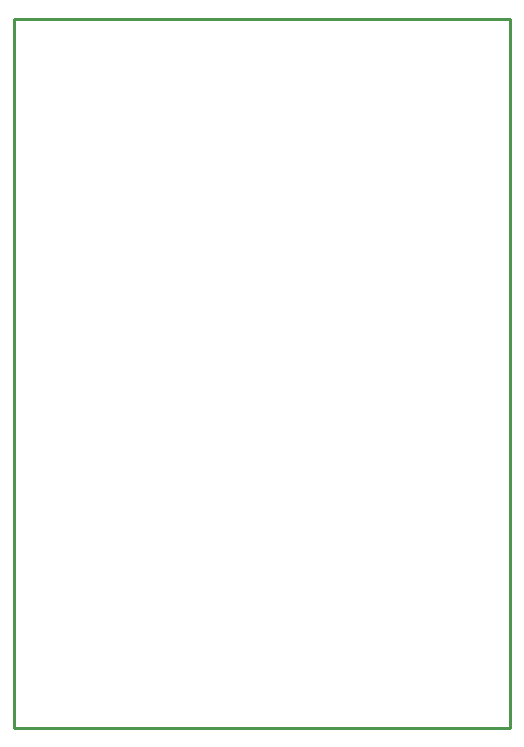
<source format=gbr>
G04 This is an RS-274x file exported by *
G04 gerbv version 2.3.0 *
G04 More information is available about gerbv at *
G04 http://gerbv.sourceforge.net/ *
G04 --End of header info--*
%MOIN*%
%FSLAX23Y23*%
%IPPOS*%
G04 --Define apertures--*
%ADD10C,0.0200*%
%ADD11C,0.0100*%
%ADD12R,0.0080X0.0080*%
%ADD13C,0.0060*%
G04 --Start main section--*
G54D11*
G01X00000Y02362D02*
G01X01654Y02362D01*
G01X00000Y02362D02*
G01X00000Y00000D01*
G01X01654Y02362D02*
G01X01654Y00000D01*
G01X00000Y00000D02*
G01X01654Y00000D01*
M02*

</source>
